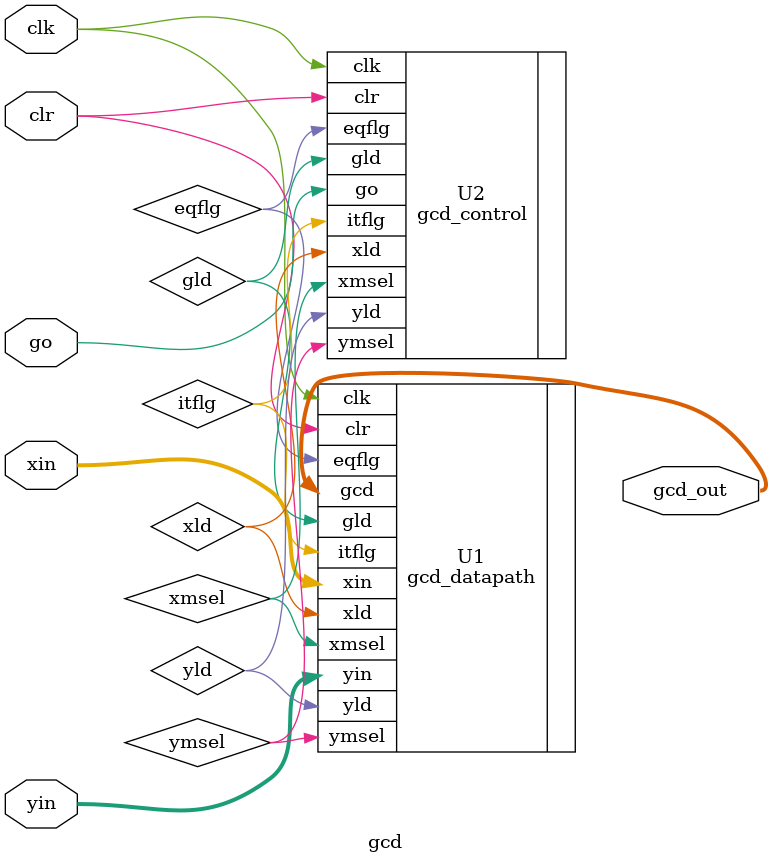
<source format=v>
`timescale 1ns / 1ps

module gcd( input wire clk,  
            input wire clr, 
            input wire go,  
            input wire [3:0] xin, 
            input wire [3:0] yin,  output wire [3:0] gcd_out  );    
            wire eqflg,itflg,xmsel,ymsel; 
            wire xld,yld,gld;   
 
  gcd_datapath U1 (  .clk(clk),  
                    .clr(clr),  
                    .xmsel(xmsel), 
                    .ymsel(ymsel),  
                    .xld(xld),  
                    .yld(yld),  
                    .gld(gld),  
                    .xin(xin),  
                    .yin(yin),  
                    .gcd(gcd_out), 
                    .eqflg(eqflg),  
                    .itflg(itflg) );
 gcd_control U2( .clk(clk),  
                 .clr(clr),
                 .go(go),  
                 .eqflg(eqflg), 
                 .itflg(itflg),  
                 .xmsel(xmsel),  
                 .ymsel(ymsel),  
                 .xld(xld),  
                 .yld(yld),  
                 .gld(gld) );    
endmodule

</source>
